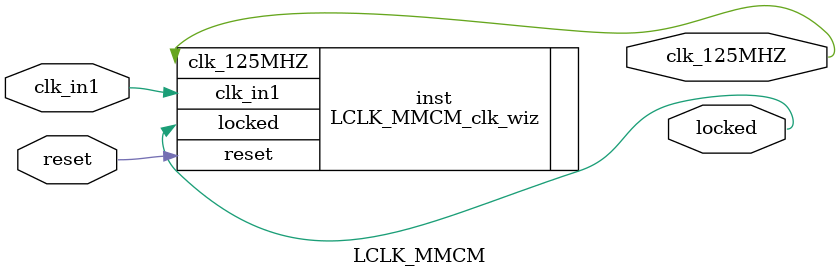
<source format=v>


`timescale 1ps/1ps

(* CORE_GENERATION_INFO = "LCLK_MMCM,clk_wiz_v6_0_3_0_0,{component_name=LCLK_MMCM,use_phase_alignment=false,use_min_o_jitter=false,use_max_i_jitter=false,use_dyn_phase_shift=false,use_inclk_switchover=false,use_dyn_reconfig=false,enable_axi=0,feedback_source=FDBK_AUTO,PRIMITIVE=MMCM,num_out_clk=1,clkin1_period=83.333,clkin2_period=10.0,use_power_down=false,use_reset=true,use_locked=true,use_inclk_stopped=false,feedback_type=SINGLE,CLOCK_MGR_TYPE=NA,manual_override=false}" *)

module LCLK_MMCM 
 (
  // Clock out ports
  output        clk_125MHZ,
  // Status and control signals
  input         reset,
  output        locked,
 // Clock in ports
  input         clk_in1
 );

  LCLK_MMCM_clk_wiz inst
  (
  // Clock out ports  
  .clk_125MHZ(clk_125MHZ),
  // Status and control signals               
  .reset(reset), 
  .locked(locked),
 // Clock in ports
  .clk_in1(clk_in1)
  );

endmodule

</source>
